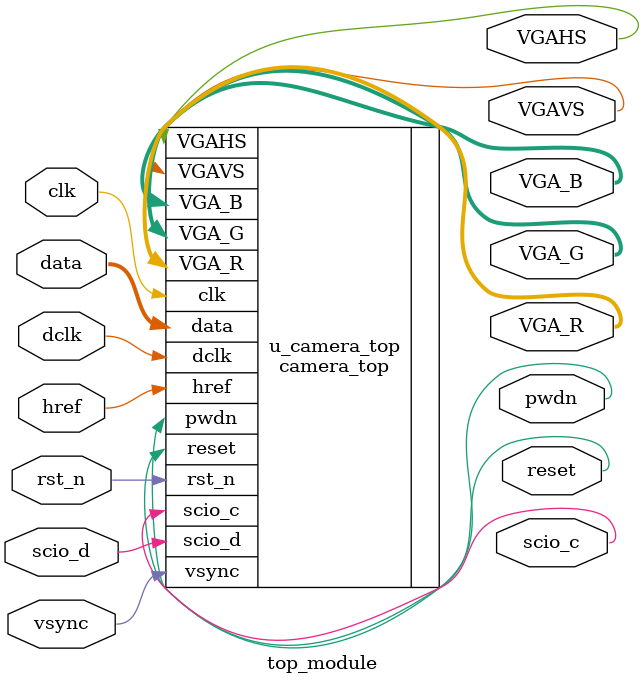
<source format=v>
module top_module(
    // ---------------------ENTRADAS GERAL FPGA--------------------------------------
    input wire clk,            // Clock principal (25MHz ou 27MHz, depende da placa)
    input wire rst_n,          // Botão de reset

    // -----------------------------OV2640---------------------------------------
    input wire dclk,           
    input wire href,           
    input wire vsync,          
    input wire [7:0] data,     
    output wire scio_c,        
    inout  wire scio_d,        
    output wire reset,         
    output wire pwdn,          

    // -----------------------VGA----------------------------------------------------
    output wire        VGAHS,
    output wire        VGAVS,
    output wire [2:0]  VGA_R,
    output wire [2:0]  VGA_G,
    output wire [2:0]  VGA_B
);

    // ---------------------CÂMERA OV2640-------------------------------------------
    camera_top u_camera_top (
        // FPGA
        .clk    (clk),
        .rst_n  (rst_n),

        // ENTRADA OV2640
        .dclk   (dclk),
        .href   (href),
        .vsync  (vsync),
        .data   (data),

        // SAIDA OV2640
        .scio_c (scio_c),
        .scio_d (scio_d),
        .reset  (reset),
        .pwdn   (pwdn),

        // SAIDA VGA
        .VGAHS  (VGAHS),
        .VGAVS  (VGAVS),
        .VGA_R  (VGA_R),
        .VGA_G  (VGA_G),
        .VGA_B  (VGA_B)
    );

endmodule
</source>
